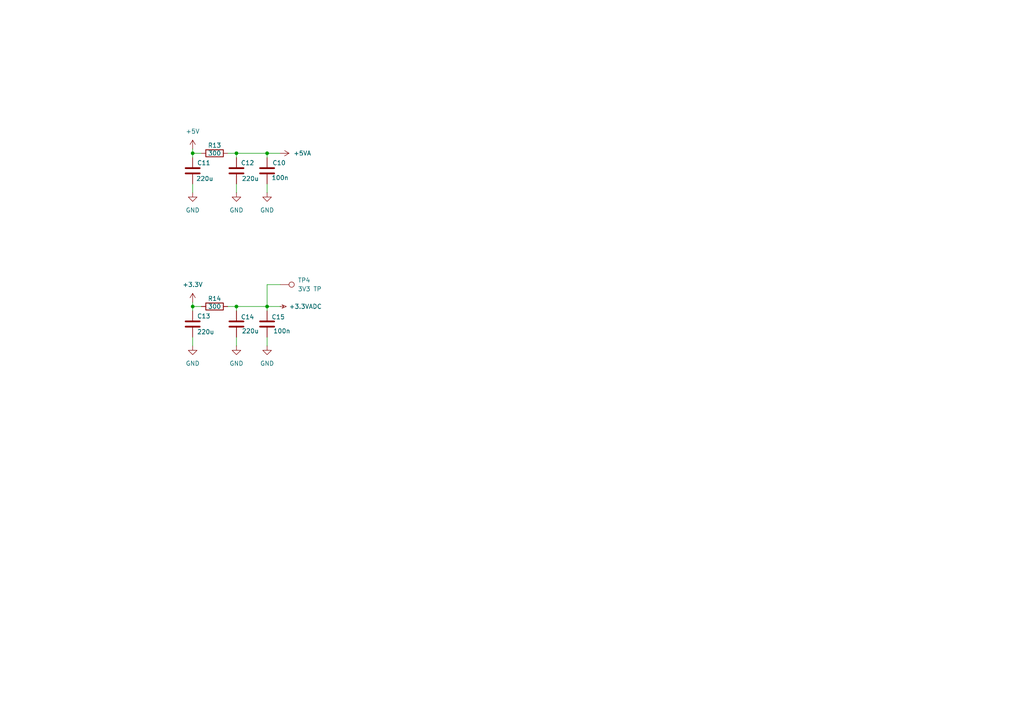
<source format=kicad_sch>
(kicad_sch (version 20231120) (generator "eeschema") (generator_version "8.0")
  (paper "A4")
  (lib_symbols
    (symbol "Connector:TestPoint" (pin_numbers hide) (pin_names (offset 0.762) hide)
      (property "Reference" "TP" (at 0 6.858 0))
      (property "Value" "TestPoint" (at 0 5.08 0))
      (symbol "TestPoint_0_1"
        (circle (center 0 3.302) (radius 0.762))
      )
      (symbol "TestPoint_1_1"
        (pin passive line (at 0 0 90) (length 2.54) (name "1") (number "1"))
      )
    )
    (symbol "Device:C" (pin_numbers hide) (pin_names (offset 0.254))
      (property "Reference" "C" (at 0.635 2.54 0))
      (property "Value" "C" (at 0.635 -2.54 0))
      (symbol "C_0_1"
        (polyline (pts (xy -2.032 -0.762) (xy 2.032 -0.762)) (stroke (width 0.508)))
        (polyline (pts (xy -2.032 0.762) (xy 2.032 0.762)) (stroke (width 0.508)))
      )
      (symbol "C_1_1"
        (pin passive line (at 0 3.81 270) (length 2.794) (name "~") (number "1"))
        (pin passive line (at 0 -3.81 90) (length 2.794) (name "~") (number "2"))
      )
    )
    (symbol "Device:R" (pin_numbers hide) (pin_names (offset 0))
      (property "Reference" "R" (at 2.032 0 90))
      (property "Value" "R" (at 0 0 90))
      (symbol "R_0_1"
        (rectangle (start -1.016 -2.54) (end 1.016 2.54) (stroke (width 0.254)))
      )
      (symbol "R_1_1"
        (pin passive line (at 0 3.81 270) (length 1.27) (name "~") (number "1"))
        (pin passive line (at 0 -3.81 90) (length 1.27) (name "~") (number "2"))
      )
    )
    (symbol "power:+5V" (power) (pin_numbers hide) (pin_names (offset 0) hide)
      (property "Value" "+5V" (at 0 3.556 0))
      (symbol "+5V_0_1"
        (polyline (pts (xy -0.762 1.27) (xy 0 2.54)))
        (polyline (pts (xy 0 0) (xy 0 2.54)))
        (polyline (pts (xy 0 2.54) (xy 0.762 1.27)))
      )
      (symbol "+5V_1_1"
        (pin power_in line (at 0 0 90) (length 0) (name "~") (number "1"))
      )
    )
    (symbol "power:+5VA" (power) (pin_numbers hide) (pin_names (offset 0) hide)
      (property "Value" "+5VA" (at 0 3.556 0))
      (symbol "+5VA_0_1"
        (polyline (pts (xy -0.762 1.27) (xy 0 2.54)))
        (polyline (pts (xy 0 0) (xy 0 2.54)))
        (polyline (pts (xy 0 2.54) (xy 0.762 1.27)))
      )
      (symbol "+5VA_1_1"
        (pin power_in line (at 0 0 90) (length 0) (name "~") (number "1"))
      )
    )
    (symbol "power:GND" (power) (pin_numbers hide) (pin_names (offset 0) hide)
      (property "Value" "GND" (at 0 -3.81 0))
      (symbol "GND_0_1"
        (polyline (pts (xy 0 0) (xy 0 -1.27) (xy 1.27 -1.27) (xy 0 -2.54) (xy -1.27 -1.27) (xy 0 -1.27)))
      )
      (symbol "GND_1_1"
        (pin power_in line (at 0 0 270) (length 0) (name "~") (number "1"))
      )
    )
    (symbol "power:HT" (power) (pin_numbers hide) (pin_names (offset 0) hide)
      (property "Value" "HT" (at 0 3.048 0))
      (symbol "HT_0_0"
        (pin power_in line (at 0 0 90) (length 0) (name "~") (number "1"))
      )
      (symbol "HT_0_1"
        (polyline (pts (xy 0 0) (xy 0 1.016) (xy 0 1.016)))
        (polyline (pts (xy 0 1.016) (xy 0.508 0.508) (xy 0 1.778) (xy -0.508 0.508) (xy 0 1.016) (xy 0 1.016)))
      )
    )
  )
  (junction (at 55.88 44.45))
  (junction (at 77.47 44.45))
  (junction (at 68.58 44.45))
  (junction (at 77.47 88.9))
  (junction (at 55.88 88.9))
  (junction (at 68.58 88.9))
  (wire (pts (xy 55.88 44.45) (xy 55.88 45.72)))
  (wire (pts (xy 55.88 53.34) (xy 55.88 55.88)))
  (wire (pts (xy 81.28 82.55) (xy 77.47 82.55)))
  (wire (pts (xy 77.47 44.45) (xy 81.28 44.45)))
  (wire (pts (xy 77.47 44.45) (xy 77.47 45.72)))
  (wire (pts (xy 68.58 88.9) (xy 68.58 90.17)))
  (wire (pts (xy 68.58 53.34) (xy 68.58 55.88)))
  (wire (pts (xy 58.42 44.45) (xy 55.88 44.45)))
  (wire (pts (xy 77.47 88.9) (xy 81.28 88.9)))
  (wire (pts (xy 77.47 88.9) (xy 77.47 90.17)))
  (wire (pts (xy 77.47 97.79) (xy 77.47 100.33)))
  (wire (pts (xy 68.58 44.45) (xy 77.47 44.45)))
  (wire (pts (xy 55.88 88.9) (xy 55.88 90.17)))
  (wire (pts (xy 68.58 97.79) (xy 68.58 100.33)))
  (wire (pts (xy 77.47 82.55) (xy 77.47 88.9)))
  (wire (pts (xy 55.88 97.79) (xy 55.88 100.33)))
  (wire (pts (xy 66.04 88.9) (xy 68.58 88.9)))
  (wire (pts (xy 58.42 88.9) (xy 55.88 88.9)))
  (wire (pts (xy 66.04 44.45) (xy 68.58 44.45)))
  (wire (pts (xy 55.88 43.18) (xy 55.88 44.45)))
  (wire (pts (xy 68.58 44.45) (xy 68.58 45.72)))
  (wire (pts (xy 77.47 53.34) (xy 77.47 55.88)))
  (wire (pts (xy 55.88 87.63) (xy 55.88 88.9)))
  (wire (pts (xy 68.58 88.9) (xy 77.47 88.9)))
  (symbol (lib_id "Device:R") (at 62.23 44.45 270) (unit 1)
    (property "Reference" "R13" (at 62.23 42.164 90))
    (property "Value" "300" (at 62.23 44.45 90))
    (property "Description" "Resistor" (effects (hide yes)))
  )
  (symbol (lib_id "Device:C") (at 55.88 49.53 0) (unit 1)
    (property "Reference" "C11" (at 57.15 47.244 0) (effects (justify left)))
    (property "Value" "220u" (at 56.896 51.816 0) (effects (justify left)))
    (property "Description" "Unpolarized capacitor" (effects (hide yes)))
  )
  (symbol (lib_id "power:GND") (at 68.58 55.88 0) (unit 1)
    (property "Reference" "#PWR04" (effects (hide yes)))
    (property "Value" "GND" (at 68.58 60.96 0))
    (property "Description" "Power symbol creates a global label with name \"GND\" , ground" (effects (hide yes)))
  )
  (symbol (lib_id "Device:C") (at 68.58 93.98 0) (unit 1)
    (property "Reference" "C14" (at 69.85 91.948 0) (effects (justify left)))
    (property "Value" "220u" (at 70.104 96.012 0) (effects (justify left)))
    (property "Description" "Unpolarized capacitor" (effects (hide yes)))
  )
  (symbol (lib_id "power:+5VA") (at 81.28 44.45 270) (unit 1)
    (property "Reference" "#PWR02" (effects (hide yes)))
    (property "Value" "+5VA" (at 85.09 44.4499 90) (effects (justify left)))
    (property "Description" "Power symbol creates a global label with name \"+5VA\"" (effects (hide yes)))
  )
  (symbol (lib_id "Connector:TestPoint") (at 81.28 82.55 270) (unit 1)
    (property "Reference" "TP4" (at 86.36 81.2799 90) (effects (justify left)))
    (property "Value" "3V3 TP" (at 86.36 83.8199 90) (effects (justify left)))
    (property "Description" "test point" (effects (hide yes)))
  )
  (symbol (lib_id "power:HT") (at 81.28 88.9 270) (unit 1)
    (property "Reference" "#PWR010" (effects (hide yes)))
    (property "Value" "+3.3VADC" (at 83.82 88.8999 90) (effects (justify left)))
    (property "Description" "Power symbol creates a global label with name \"HT\"" (effects (hide yes)))
  )
  (symbol (lib_id "power:GND") (at 77.47 55.88 0) (unit 1)
    (property "Reference" "#PWR05" (effects (hide yes)))
    (property "Value" "GND" (at 77.47 60.96 0))
    (property "Description" "Power symbol creates a global label with name \"GND\" , ground" (effects (hide yes)))
  )
  (symbol (lib_id "Device:R") (at 62.23 88.9 270) (unit 1)
    (property "Reference" "R14" (at 62.23 86.614 90))
    (property "Value" "300" (at 62.23 88.9 90))
    (property "Description" "Resistor" (effects (hide yes)))
  )
  (symbol (lib_id "power:+5V") (at 55.88 87.63 0) (unit 1)
    (property "Reference" "#PWR06" (effects (hide yes)))
    (property "Value" "+3.3V" (at 55.88 82.55 0))
    (property "Description" "Power symbol creates a global label with name \"+5V\"" (effects (hide yes)))
  )
  (symbol (lib_id "Device:C") (at 77.47 49.53 0) (unit 1)
    (property "Reference" "C10" (at 78.994 47.244 0) (effects (justify left)))
    (property "Value" "100n" (at 78.74 51.562 0) (effects (justify left)))
    (property "Description" "Unpolarized capacitor" (effects (hide yes)))
  )
  (symbol (lib_id "power:GND") (at 55.88 100.33 0) (unit 1)
    (property "Reference" "#PWR07" (effects (hide yes)))
    (property "Value" "GND" (at 55.88 105.41 0))
    (property "Description" "Power symbol creates a global label with name \"GND\" , ground" (effects (hide yes)))
  )
  (symbol (lib_id "Device:C") (at 55.88 93.98 0) (unit 1)
    (property "Reference" "C13" (at 57.15 91.694 0) (effects (justify left)))
    (property "Value" "220u" (at 57.15 96.266 0) (effects (justify left)))
    (property "Description" "Unpolarized capacitor" (effects (hide yes)))
  )
  (symbol (lib_id "power:GND") (at 68.58 100.33 0) (unit 1)
    (property "Reference" "#PWR08" (effects (hide yes)))
    (property "Value" "GND" (at 68.58 105.41 0))
    (property "Description" "Power symbol creates a global label with name \"GND\" , ground" (effects (hide yes)))
  )
  (symbol (lib_id "power:+5V") (at 55.88 43.18 0) (unit 1)
    (property "Reference" "#PWR03" (effects (hide yes)))
    (property "Value" "+5V" (at 55.88 38.1 0))
    (property "Description" "Power symbol creates a global label with name \"+5V\"" (effects (hide yes)))
  )
  (symbol (lib_id "Device:C") (at 68.58 49.53 0) (unit 1)
    (property "Reference" "C12" (at 69.85 47.244 0) (effects (justify left)))
    (property "Value" "220u" (at 70.104 51.816 0) (effects (justify left)))
    (property "Description" "Unpolarized capacitor" (effects (hide yes)))
  )
  (symbol (lib_id "power:GND") (at 77.47 100.33 0) (unit 1)
    (property "Reference" "#PWR09" (effects (hide yes)))
    (property "Value" "GND" (at 77.47 105.41 0))
    (property "Description" "Power symbol creates a global label with name \"GND\" , ground" (effects (hide yes)))
  )
  (symbol (lib_id "power:GND") (at 55.88 55.88 0) (unit 1)
    (property "Reference" "#PWR01" (effects (hide yes)))
    (property "Value" "GND" (at 55.88 60.96 0))
    (property "Description" "Power symbol creates a global label with name \"GND\" , ground" (effects (hide yes)))
  )
  (symbol (lib_id "Device:C") (at 77.47 93.98 0) (unit 1)
    (property "Reference" "C15" (at 78.74 91.948 0) (effects (justify left)))
    (property "Value" "100n" (at 79.248 96.012 0) (effects (justify left)))
    (property "Description" "Unpolarized capacitor" (effects (hide yes)))
  )
)
</source>
